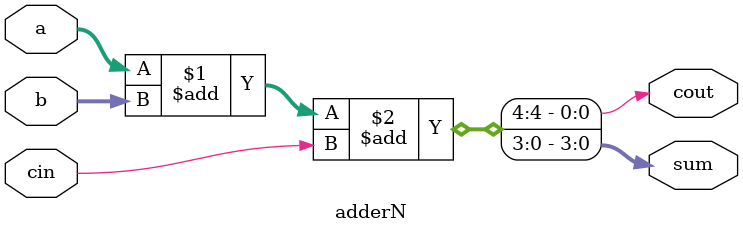
<source format=v>
`timescale 1ns/1ps
module adderN #(parameter N=4) (
	input [N-1:0] a,
	input [N-1:0] b,
	input         cin,
	output        cout,
	output[N-1:0] sum
);
	assign {cout,sum} = a +b + cin;

endmodule

////assign {cout,sum[N-1:0]}={a[N-1],a[N-1:0]}+{b[N-1],b[N-1:0]} + cin;
//wire [N:0] adder_temp;
////assign {cout,sum}=adder_temp[N:0];
//assign cout=adder_temp[N];
//assign sum[N-1:0]=adder_temp[N-1:0];


</source>
